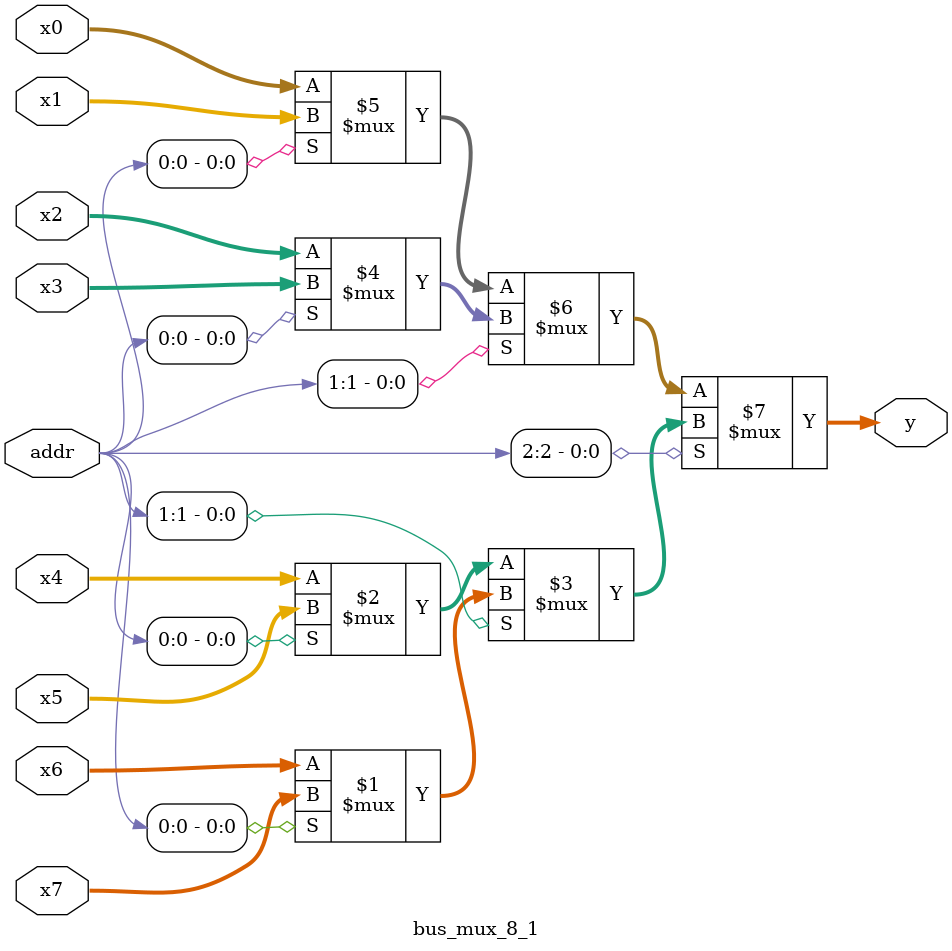
<source format=v>
module bus_mux_8_1 #(

parameter N = 8
) ( input [2:0] addr, input [N-1:0] x0, x1, x2, x3, x4, x5, x6, x7, output [N-1:0] y );

assign y = addr[2] ? (addr[1] ? (addr[0] ? x7 : x6) : (addr[0] ? x5 : x4)) : (addr[1] ? (addr[0] ? x3 : x2) : (addr[0] ? x1 : x0));

endmodule
</source>
